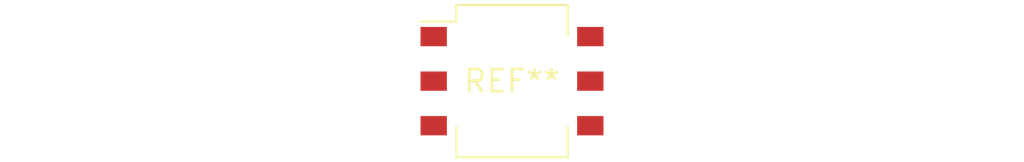
<source format=kicad_pcb>
(kicad_pcb (version 20240108) (generator pcbnew)
  (layers (0 "F.Cu" signal) (31 "B.Cu" signal) (34 "B.Paste" user) (35 "F.Paste" user) (36 "B.SilkS" user "B.Silkscreen") (37 "F.SilkS" user "F.Silkscreen") (38 "B.Mask" user) (39 "F.Mask" user) (44 "Edge.Cuts" user))
  (net 0 "")
  (footprint "SW_DIP_SPSTx03_Slide_Omron_A6S-310x_W8.9mm_P2.54mm" (layer "F.Cu") (at 0 0)
    (property "Reference" "REF**")
    (property "Value" "SW_DIP_SPSTx03_Slide_Omron_A6S-310x_W8.9mm_P2.54mm")
    (fp_line (start -5.2 -3.391) (end -3.16 -3.391) (layer "F.SilkS") (stroke (width 0.12)))
    (fp_line (start -3.16 -4.34) (end -3.16 -3.391) (layer "F.SilkS") (stroke (width 0.12)))
    (fp_line (start -3.16 -4.34) (end 3.16 -4.34) (layer "F.SilkS") (stroke (width 0.12)))
    (fp_line (start -3.16 2.6) (end -3.16 4.34) (layer "F.SilkS") (stroke (width 0.12)))
    (fp_line (start -3.16 4.34) (end 3.16 4.34) (layer "F.SilkS") (stroke (width 0.12)))
    (fp_line (start 3.16 -4.34) (end 3.16 -2.601) (layer "F.SilkS") (stroke (width 0.12)))
    (fp_line (start 3.16 2.6) (end 3.16 4.34) (layer "F.SilkS") (stroke (width 0.12)))
    (pad "1" smd rect (at -4.45 -2.54) (size 1.5 1.1) (layers "F.Cu" "F.Paste" "F.Mask"))
    (pad "2" smd rect (at -4.45 0) (size 1.5 1.1) (layers "F.Cu" "F.Paste" "F.Mask"))
    (pad "3" smd rect (at -4.45 2.54) (size 1.5 1.1) (layers "F.Cu" "F.Paste" "F.Mask"))
    (pad "4" smd rect (at 4.45 2.54) (size 1.5 1.1) (layers "F.Cu" "F.Paste" "F.Mask"))
    (pad "5" smd rect (at 4.45 0) (size 1.5 1.1) (layers "F.Cu" "F.Paste" "F.Mask"))
    (pad "6" smd rect (at 4.45 -2.54) (size 1.5 1.1) (layers "F.Cu" "F.Paste" "F.Mask"))
  )
)
</source>
